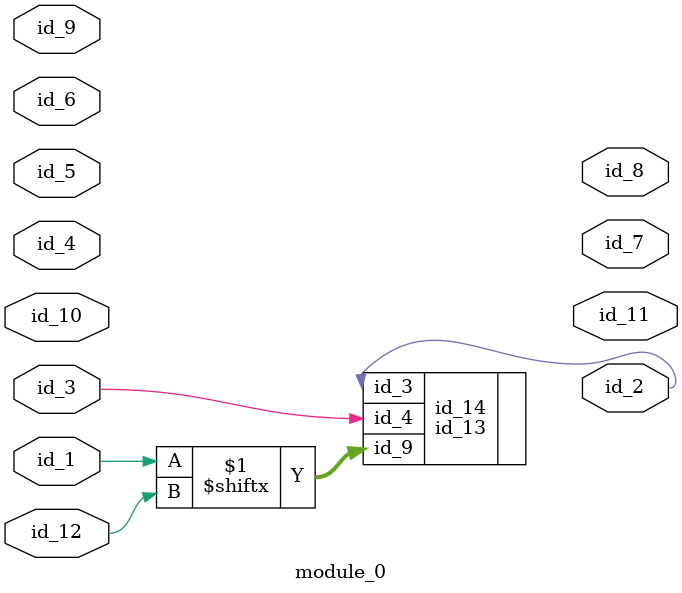
<source format=v>
module module_0 (
    id_1,
    id_2,
    id_3,
    id_4,
    id_5,
    id_6,
    id_7,
    id_8,
    id_9,
    id_10,
    id_11,
    id_12
);
  input id_12;
  output id_11;
  input id_10;
  input id_9;
  output id_8;
  output id_7;
  input id_6;
  input id_5;
  input id_4;
  input id_3;
  output id_2;
  input id_1;
  id_13 id_14 (
      .id_9(id_1[1 : id_12]),
      .id_4(id_3),
      .id_3(id_2)
  );
endmodule

</source>
